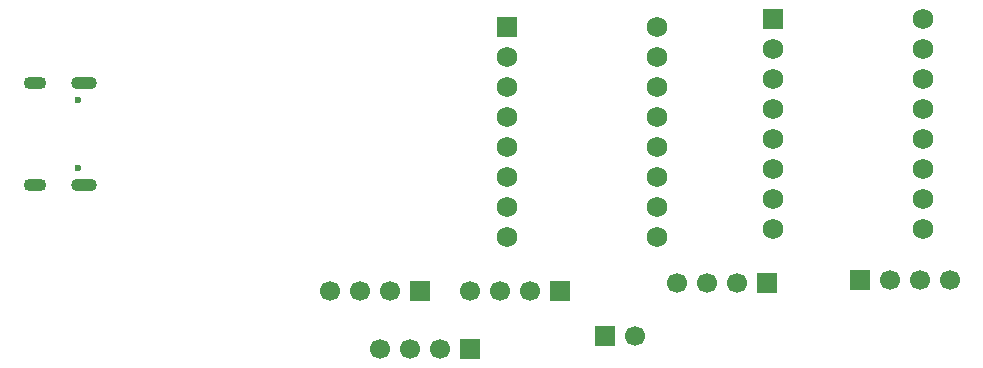
<source format=gbr>
%TF.GenerationSoftware,KiCad,Pcbnew,9.0.7-9.0.7~ubuntu24.04.1*%
%TF.CreationDate,2026-01-19T19:18:33+05:30*%
%TF.ProjectId,controller,636f6e74-726f-46c6-9c65-722e6b696361,rev?*%
%TF.SameCoordinates,Original*%
%TF.FileFunction,Soldermask,Bot*%
%TF.FilePolarity,Negative*%
%FSLAX46Y46*%
G04 Gerber Fmt 4.6, Leading zero omitted, Abs format (unit mm)*
G04 Created by KiCad (PCBNEW 9.0.7-9.0.7~ubuntu24.04.1) date 2026-01-19 19:18:33*
%MOMM*%
%LPD*%
G01*
G04 APERTURE LIST*
G04 Aperture macros list*
%AMRoundRect*
0 Rectangle with rounded corners*
0 $1 Rounding radius*
0 $2 $3 $4 $5 $6 $7 $8 $9 X,Y pos of 4 corners*
0 Add a 4 corners polygon primitive as box body*
4,1,4,$2,$3,$4,$5,$6,$7,$8,$9,$2,$3,0*
0 Add four circle primitives for the rounded corners*
1,1,$1+$1,$2,$3*
1,1,$1+$1,$4,$5*
1,1,$1+$1,$6,$7*
1,1,$1+$1,$8,$9*
0 Add four rect primitives between the rounded corners*
20,1,$1+$1,$2,$3,$4,$5,0*
20,1,$1+$1,$4,$5,$6,$7,0*
20,1,$1+$1,$6,$7,$8,$9,0*
20,1,$1+$1,$8,$9,$2,$3,0*%
G04 Aperture macros list end*
%ADD10R,1.700000X1.700000*%
%ADD11C,1.700000*%
%ADD12RoundRect,0.102000X-0.765000X-0.765000X0.765000X-0.765000X0.765000X0.765000X-0.765000X0.765000X0*%
%ADD13C,1.734000*%
%ADD14C,0.600000*%
%ADD15O,2.200000X1.100000*%
%ADD16O,1.900000X1.100000*%
G04 APERTURE END LIST*
D10*
%TO.C,J7*%
X150318457Y-98084298D03*
D11*
X147778457Y-98084298D03*
X145238457Y-98084298D03*
X142698457Y-98084298D03*
%TD*%
D10*
%TO.C,J6*%
X165939457Y-101894298D03*
D11*
X168479457Y-101894298D03*
%TD*%
D10*
%TO.C,J5*%
X162129457Y-98084298D03*
D11*
X159589457Y-98084298D03*
X157049457Y-98084298D03*
X154509457Y-98084298D03*
%TD*%
D10*
%TO.C,J4*%
X154509457Y-103037298D03*
D11*
X151969457Y-103037298D03*
X149429457Y-103037298D03*
X146889457Y-103037298D03*
%TD*%
D10*
%TO.C,J3*%
X187529457Y-97195298D03*
D11*
X190069457Y-97195298D03*
X192609457Y-97195298D03*
X195149457Y-97195298D03*
%TD*%
D10*
%TO.C,J2*%
X179655457Y-97449298D03*
D11*
X177115457Y-97449298D03*
X174575457Y-97449298D03*
X172035457Y-97449298D03*
%TD*%
D12*
%TO.C,U4*%
X180163457Y-75097298D03*
D13*
X180163457Y-77637298D03*
X180163457Y-80177298D03*
X180163457Y-82717298D03*
X180163457Y-85257298D03*
X180163457Y-87797298D03*
X180163457Y-90337298D03*
X180163457Y-92877298D03*
X192863457Y-92877298D03*
X192863457Y-90337298D03*
X192863457Y-87797298D03*
X192863457Y-85257298D03*
X192863457Y-82717298D03*
X192863457Y-80177298D03*
X192863457Y-77637298D03*
X192863457Y-75097298D03*
%TD*%
D12*
%TO.C,U1*%
X157715457Y-75732298D03*
D13*
X157715457Y-78272298D03*
X157715457Y-80812298D03*
X157715457Y-83352298D03*
X157715457Y-85892298D03*
X157715457Y-88432298D03*
X157715457Y-90972298D03*
X157715457Y-93512298D03*
X170415457Y-93512298D03*
X170415457Y-90972298D03*
X170415457Y-88432298D03*
X170415457Y-85892298D03*
X170415457Y-83352298D03*
X170415457Y-80812298D03*
X170415457Y-78272298D03*
X170415457Y-75732298D03*
%TD*%
D14*
%TO.C,J1*%
X121362457Y-81955298D03*
X121362457Y-87735298D03*
D15*
X121852457Y-80520298D03*
X121852457Y-89170298D03*
D16*
X117682457Y-80520298D03*
X117682457Y-89170298D03*
%TD*%
M02*

</source>
